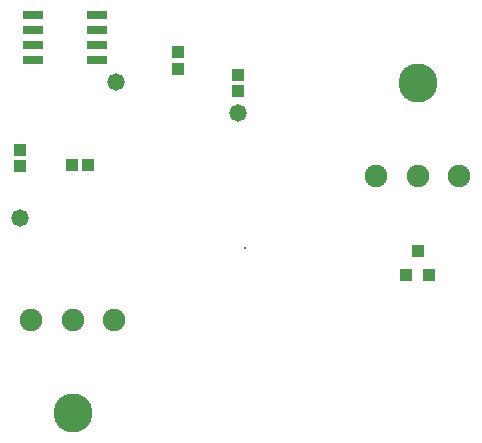
<source format=gbr>
G04 Layer_Color=8388736*
%FSLAX26Y26*%
%MOIN*%
%TF.FileFunction,Soldermask,Top*%
%TF.Part,Single*%
G01*
G75*
%TA.AperFunction,SMDPad,CuDef*%
%ADD19R,0.041465X0.039496*%
%ADD20R,0.039496X0.041465*%
%ADD21R,0.039496X0.043433*%
%ADD22R,0.069024X0.031622*%
%TA.AperFunction,ViaPad*%
%ADD23C,0.008000*%
%TA.AperFunction,ComponentPad*%
%ADD24C,0.130047*%
%ADD25C,0.074929*%
%TA.AperFunction,ViaPad*%
%ADD26C,0.058000*%
D19*
X125000Y1147441D02*
D03*
Y1202559D02*
D03*
X850000Y1397441D02*
D03*
Y1452559D02*
D03*
X650000Y1527559D02*
D03*
Y1472441D02*
D03*
D20*
X297441Y1150000D02*
D03*
X352559D02*
D03*
D21*
X1412598Y783661D02*
D03*
X1487401D02*
D03*
X1450000Y866339D02*
D03*
D22*
X168701Y1650000D02*
D03*
Y1600000D02*
D03*
Y1550000D02*
D03*
Y1500000D02*
D03*
X381299Y1650000D02*
D03*
Y1600000D02*
D03*
Y1550000D02*
D03*
Y1500000D02*
D03*
D23*
X875000Y875000D02*
D03*
D24*
X1450000Y1425000D02*
D03*
X300000Y325000D02*
D03*
D25*
X1312205Y1113583D02*
D03*
X1450000D02*
D03*
X1587795D02*
D03*
X437795Y636417D02*
D03*
X300000D02*
D03*
X162205D02*
D03*
D26*
X125000Y975000D02*
D03*
X446000Y1429000D02*
D03*
X850000Y1325000D02*
D03*
%TF.MD5,f89a29a221f39c41a2466257f3be0eea*%
M02*

</source>
